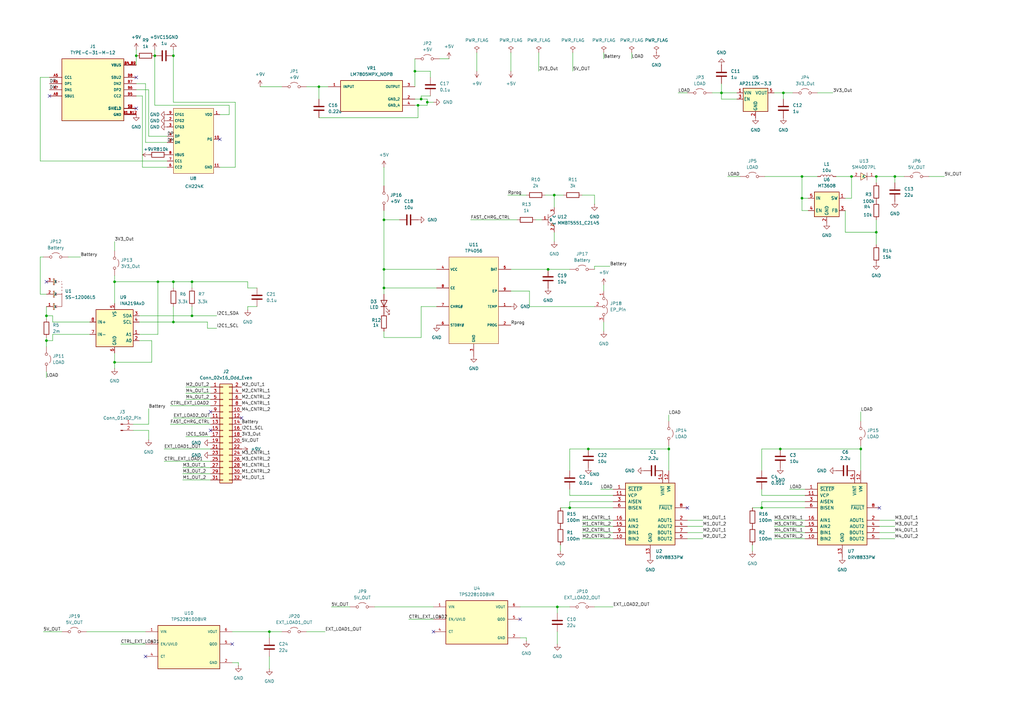
<source format=kicad_sch>
(kicad_sch (version 20250114) (generator "eeschema") (generator_version "9.0")
  (paper "A3")
  (junction (at 274.32 184.15))
  (junction (at 328.93 81.28))
  (junction (at 71.12 115.57))
  (junction (at 227.33 80.01))
  (junction (at 171.45 43.18))
  (junction (at 241.3 184.15))
  (junction (at 320.04 184.15))
  (junction (at 130.81 35.56))
  (junction (at 172.72 40.64))
  (junction (at 71.12 22.86))
  (junction (at 71.12 132.08))
  (junction (at 157.48 110.49))
  (junction (at 157.48 90.17))
  (junction (at 359.41 95.25))
  (junction (at 170.18 29.21))
  (junction (at 233.68 208.28))
  (junction (at 64.77 115.57))
  (junction (at 321.31 38.1))
  (junction (at 349.25 72.39))
  (junction (at 19.05 129.54))
  (junction (at 55.88 22.86))
  (junction (at 63.5 22.86))
  (junction (at 224.79 110.49))
  (junction (at 46.99 148.59))
  (junction (at 110.49 259.08))
  (junction (at 46.99 115.57))
  (junction (at 228.6 248.92))
  (junction (at 353.06 184.15))
  (junction (at 367.03 72.39))
  (junction (at 157.48 118.11))
  (junction (at 78.74 115.57))
  (junction (at 295.91 38.1))
  (junction (at 312.42 208.28))
  (junction (at 175.26 41.91))
  (junction (at 328.93 72.39))
  (junction (at 78.74 129.54))
  (junction (at 19.05 139.7))
  (junction (at 359.41 72.39))
  (no_connect (at 360.68 208.28))
  (no_connect (at 281.94 208.28))
  (no_connect (at 213.36 254))
  (no_connect (at 86.36 168.91))
  (no_connect (at 86.36 176.53))
  (no_connect (at 55.88 31.75))
  (no_connect (at 20.32 39.37))
  (no_connect (at 177.8 259.08))
  (no_connect (at 90.17 57.15))
  (no_connect (at 19.05 115.57))
  (no_connect (at 99.06 171.45))
  (no_connect (at 95.25 264.16))
  (no_connect (at 55.88 44.45))
  (no_connect (at 59.69 269.24))
  (wire (pts (xy 58.42 68.58) (xy 68.58 68.58)))
  (wire (pts (xy 302.26 40.64) (xy 295.91 40.64)))
  (wire (pts (xy 331.47 86.36) (xy 328.93 86.36)))
  (wire (pts (xy 54.61 173.99) (xy 60.96 173.99)))
  (wire (pts (xy 55.88 22.86) (xy 55.88 26.67)))
  (wire (pts (xy 71.12 171.45) (xy 86.36 171.45)))
  (wire (pts (xy 16.51 31.75) (xy 16.51 66.04)))
  (wire (pts (xy 76.2 163.83) (xy 86.36 163.83)))
  (wire (pts (xy 328.93 72.39) (xy 328.93 81.28)))
  (wire (pts (xy 110.49 259.08) (xy 115.57 259.08)))
  (wire (pts (xy 195.58 21.59) (xy 195.58 29.21)))
  (wire (pts (xy 46.99 144.78) (xy 46.99 148.59)))
  (wire (pts (xy 175.26 41.91) (xy 175.26 43.18)))
  (wire (pts (xy 96.52 68.58) (xy 90.17 68.58)))
  (wire (pts (xy 233.68 193.04) (xy 233.68 184.15)))
  (wire (pts (xy 274.32 182.88) (xy 274.32 184.15)))
  (wire (pts (xy 63.5 22.86) (xy 63.5 43.18)))
  (wire (pts (xy 71.12 132.08) (xy 85.09 132.08)))
  (wire (pts (xy 55.88 34.29) (xy 59.69 34.29)))
  (wire (pts (xy 60.96 176.53) (xy 60.96 180.34)))
  (wire (pts (xy 21.59 132.08) (xy 36.83 132.08)))
  (wire (pts (xy 233.68 200.66) (xy 233.68 203.2)))
  (wire (pts (xy 317.5 213.36) (xy 330.2 213.36)))
  (wire (pts (xy 247.65 132.08) (xy 247.65 135.89)))
  (wire (pts (xy 353.06 182.88) (xy 353.06 184.15)))
  (wire (pts (xy 220.98 21.59) (xy 220.98 29.21)))
  (wire (pts (xy 247.65 21.59) (xy 247.65 24.13)))
  (wire (pts (xy 246.38 200.66) (xy 251.46 200.66)))
  (wire (pts (xy 323.85 200.66) (xy 330.2 200.66)))
  (wire (pts (xy 317.5 220.98) (xy 330.2 220.98)))
  (wire (pts (xy 331.47 81.28) (xy 328.93 81.28)))
  (wire (pts (xy 85.09 132.08) (xy 85.09 134.62)))
  (wire (pts (xy 21.59 137.16) (xy 21.59 139.7)))
  (wire (pts (xy 233.68 208.28) (xy 251.46 208.28)))
  (wire (pts (xy 95.25 259.08) (xy 110.49 259.08)))
  (wire (pts (xy 135.89 248.92) (xy 143.51 248.92)))
  (wire (pts (xy 62.23 139.7) (xy 62.23 148.59)))
  (wire (pts (xy 353.06 184.15) (xy 353.06 193.04)))
  (wire (pts (xy 46.99 115.57) (xy 46.99 124.46)))
  (wire (pts (xy 71.12 22.86) (xy 71.12 41.91)))
  (wire (pts (xy 71.12 132.08) (xy 71.12 125.73)))
  (wire (pts (xy 57.15 129.54) (xy 78.74 129.54)))
  (wire (pts (xy 360.68 215.9) (xy 367.03 215.9)))
  (wire (pts (xy 19.05 129.54) (xy 21.59 129.54)))
  (wire (pts (xy 281.94 213.36) (xy 288.29 213.36)))
  (wire (pts (xy 292.1 38.1) (xy 295.91 38.1)))
  (wire (pts (xy 157.48 138.43) (xy 172.72 138.43)))
  (wire (pts (xy 342.9 72.39) (xy 349.25 72.39)))
  (wire (pts (xy 312.42 205.74) (xy 330.2 205.74)))
  (wire (pts (xy 76.2 161.29) (xy 86.36 161.29)))
  (wire (pts (xy 234.95 21.59) (xy 234.95 29.21)))
  (wire (pts (xy 57.15 139.7) (xy 62.23 139.7)))
  (wire (pts (xy 171.45 48.26) (xy 171.45 43.18)))
  (wire (pts (xy 295.91 34.29) (xy 295.91 38.1)))
  (wire (pts (xy 74.93 194.31) (xy 86.36 194.31)))
  (wire (pts (xy 360.68 218.44) (xy 367.03 218.44)))
  (wire (pts (xy 241.3 184.15) (xy 274.32 184.15)))
  (wire (pts (xy 359.41 95.25) (xy 359.41 100.33)))
  (wire (pts (xy 346.71 86.36) (xy 346.71 95.25)))
  (wire (pts (xy 157.48 90.17) (xy 163.83 90.17)))
  (wire (pts (xy 16.51 66.04) (xy 68.58 66.04)))
  (wire (pts (xy 170.18 40.64) (xy 172.72 40.64)))
  (wire (pts (xy 312.42 208.28) (xy 330.2 208.28)))
  (wire (pts (xy 157.48 110.49) (xy 157.48 118.11)))
  (wire (pts (xy 281.94 220.98) (xy 288.29 220.98)))
  (wire (pts (xy 27.94 105.41) (xy 33.02 105.41)))
  (wire (pts (xy 157.48 90.17) (xy 157.48 110.49)))
  (wire (pts (xy 71.12 41.91) (xy 96.52 41.91)))
  (wire (pts (xy 46.99 99.06) (xy 46.99 102.87)))
  (wire (pts (xy 101.6 115.57) (xy 101.6 118.11)))
  (wire (pts (xy 233.68 184.15) (xy 241.3 184.15)))
  (wire (pts (xy 228.6 248.92) (xy 233.68 248.92)))
  (wire (pts (xy 360.68 220.98) (xy 367.03 220.98)))
  (wire (pts (xy 308.61 208.28) (xy 312.42 208.28)))
  (wire (pts (xy 176.53 39.37) (xy 172.72 39.37)))
  (wire (pts (xy 17.78 259.08) (xy 25.4 259.08)))
  (wire (pts (xy 243.84 248.92) (xy 251.46 248.92)))
  (wire (pts (xy 217.17 125.73) (xy 243.84 125.73)))
  (wire (pts (xy 60.96 55.88) (xy 68.58 55.88)))
  (wire (pts (xy 213.36 248.92) (xy 228.6 248.92)))
  (wire (pts (xy 76.2 179.07) (xy 86.36 179.07)))
  (wire (pts (xy 274.32 184.15) (xy 274.32 193.04)))
  (wire (pts (xy 295.91 38.1) (xy 302.26 38.1)))
  (wire (pts (xy 335.28 38.1) (xy 341.63 38.1)))
  (wire (pts (xy 110.49 259.08) (xy 110.49 261.62)))
  (wire (pts (xy 367.03 72.39) (xy 370.84 72.39)))
  (wire (pts (xy 63.5 20.32) (xy 63.5 22.86)))
  (wire (pts (xy 95.25 271.78) (xy 97.79 271.78)))
  (wire (pts (xy 74.93 196.85) (xy 86.36 196.85)))
  (wire (pts (xy 67.31 189.23) (xy 86.36 189.23)))
  (wire (pts (xy 97.79 271.78) (xy 97.79 273.05)))
  (wire (pts (xy 157.48 118.11) (xy 179.07 118.11)))
  (wire (pts (xy 224.79 110.49) (xy 233.68 110.49)))
  (wire (pts (xy 153.67 248.92) (xy 177.8 248.92)))
  (wire (pts (xy 215.9 261.62) (xy 215.9 262.89)))
  (wire (pts (xy 16.51 105.41) (xy 17.78 105.41)))
  (wire (pts (xy 55.88 20.32) (xy 55.88 22.86)))
  (wire (pts (xy 60.96 36.83) (xy 60.96 55.88)))
  (wire (pts (xy 157.48 118.11) (xy 157.48 120.65)))
  (wire (pts (xy 69.85 173.99) (xy 86.36 173.99)))
  (wire (pts (xy 172.72 125.73) (xy 179.07 125.73)))
  (wire (pts (xy 130.81 48.26) (xy 171.45 48.26)))
  (wire (pts (xy 78.74 129.54) (xy 78.74 125.73)))
  (wire (pts (xy 238.76 213.36) (xy 251.46 213.36)))
  (wire (pts (xy 58.42 39.37) (xy 58.42 68.58)))
  (wire (pts (xy 223.52 80.01) (xy 227.33 80.01)))
  (wire (pts (xy 320.04 184.15) (xy 353.06 184.15)))
  (wire (pts (xy 19.05 120.65) (xy 16.51 120.65)))
  (wire (pts (xy 57.15 132.08) (xy 71.12 132.08)))
  (wire (pts (xy 78.74 115.57) (xy 101.6 115.57)))
  (wire (pts (xy 19.05 125.73) (xy 19.05 129.54)))
  (wire (pts (xy 281.94 215.9) (xy 288.29 215.9)))
  (wire (pts (xy 317.5 215.9) (xy 330.2 215.9)))
  (wire (pts (xy 175.26 40.64) (xy 175.26 41.91)))
  (wire (pts (xy 171.45 43.18) (xy 175.26 43.18)))
  (wire (pts (xy 229.87 208.28) (xy 233.68 208.28)))
  (wire (pts (xy 110.49 269.24) (xy 110.49 274.32)))
  (wire (pts (xy 59.69 58.42) (xy 68.58 58.42)))
  (wire (pts (xy 74.93 191.77) (xy 86.36 191.77)))
  (wire (pts (xy 63.5 43.18) (xy 93.98 43.18)))
  (wire (pts (xy 359.41 74.93) (xy 359.41 72.39)))
  (wire (pts (xy 20.32 31.75) (xy 16.51 31.75)))
  (wire (pts (xy 101.6 125.73) (xy 101.6 127)))
  (wire (pts (xy 78.74 115.57) (xy 78.74 118.11)))
  (wire (pts (xy 46.99 113.03) (xy 46.99 115.57)))
  (wire (pts (xy 16.51 120.65) (xy 16.51 105.41)))
  (wire (pts (xy 312.42 200.66) (xy 312.42 203.2)))
  (wire (pts (xy 46.99 148.59) (xy 62.23 148.59)))
  (wire (pts (xy 193.04 90.17) (xy 212.09 90.17)))
  (wire (pts (xy 172.72 40.64) (xy 175.26 40.64)))
  (wire (pts (xy 71.12 115.57) (xy 78.74 115.57)))
  (wire (pts (xy 381 72.39) (xy 387.35 72.39)))
  (wire (pts (xy 209.55 110.49) (xy 224.79 110.49)))
  (wire (pts (xy 19.05 152.4) (xy 19.05 154.94)))
  (wire (pts (xy 49.53 264.16) (xy 59.69 264.16)))
  (wire (pts (xy 247.65 116.84) (xy 247.65 119.38)))
  (wire (pts (xy 96.52 41.91) (xy 96.52 68.58)))
  (wire (pts (xy 349.25 72.39) (xy 349.25 81.28)))
  (wire (pts (xy 298.45 72.39) (xy 303.53 72.39)))
  (wire (pts (xy 227.33 80.01) (xy 231.14 80.01)))
  (wire (pts (xy 64.77 137.16) (xy 64.77 115.57)))
  (wire (pts (xy 101.6 118.11) (xy 105.41 118.11)))
  (wire (pts (xy 170.18 29.21) (xy 170.18 24.13)))
  (wire (pts (xy 209.55 21.59) (xy 209.55 29.21)))
  (wire (pts (xy 228.6 248.92) (xy 228.6 251.46)))
  (wire (pts (xy 238.76 80.01) (xy 243.84 80.01)))
  (wire (pts (xy 321.31 38.1) (xy 321.31 40.64)))
  (wire (pts (xy 167.64 254) (xy 177.8 254)))
  (wire (pts (xy 317.5 218.44) (xy 330.2 218.44)))
  (wire (pts (xy 76.2 158.75) (xy 86.36 158.75)))
  (wire (pts (xy 328.93 86.36) (xy 328.93 81.28)))
  (wire (pts (xy 172.72 39.37) (xy 172.72 40.64)))
  (wire (pts (xy 21.59 137.16) (xy 36.83 137.16)))
  (wire (pts (xy 125.73 259.08) (xy 133.35 259.08)))
  (wire (pts (xy 243.84 110.49) (xy 243.84 109.22)))
  (wire (pts (xy 19.05 139.7) (xy 19.05 142.24)))
  (wire (pts (xy 21.59 132.08) (xy 21.59 129.54)))
  (wire (pts (xy 67.31 184.15) (xy 86.36 184.15)))
  (wire (pts (xy 346.71 95.25) (xy 359.41 95.25)))
  (wire (pts (xy 19.05 139.7) (xy 21.59 139.7)))
  (wire (pts (xy 180.34 24.13) (xy 184.15 24.13)))
  (wire (pts (xy 157.48 110.49) (xy 179.07 110.49)))
  (wire (pts (xy 101.6 125.73) (xy 105.41 125.73)))
  (wire (pts (xy 93.98 46.99) (xy 90.17 46.99)))
  (wire (pts (xy 78.74 129.54) (xy 88.9 129.54)))
  (wire (pts (xy 19.05 138.43) (xy 19.05 139.7)))
  (wire (pts (xy 227.33 95.25) (xy 227.33 99.06)))
  (wire (pts (xy 172.72 138.43) (xy 172.72 125.73)))
  (wire (pts (xy 71.12 115.57) (xy 71.12 118.11)))
  (wire (pts (xy 295.91 40.64) (xy 295.91 38.1)))
  (wire (pts (xy 85.09 134.62) (xy 88.9 134.62)))
  (wire (pts (xy 312.42 193.04) (xy 312.42 184.15)))
  (wire (pts (xy 71.12 20.32) (xy 71.12 22.86)))
  (wire (pts (xy 313.69 72.39) (xy 328.93 72.39)))
  (wire (pts (xy 251.46 203.2) (xy 233.68 203.2)))
  (wire (pts (xy 281.94 218.44) (xy 288.29 218.44)))
  (wire (pts (xy 238.76 215.9) (xy 251.46 215.9)))
  (wire (pts (xy 346.71 81.28) (xy 349.25 81.28)))
  (wire (pts (xy 209.55 119.38) (xy 217.17 119.38)))
  (wire (pts (xy 175.26 41.91) (xy 177.8 41.91)))
  (wire (pts (xy 317.5 38.1) (xy 321.31 38.1)))
  (wire (pts (xy 243.84 80.01) (xy 243.84 83.82)))
  (wire (pts (xy 55.88 39.37) (xy 58.42 39.37)))
  (wire (pts (xy 238.76 220.98) (xy 251.46 220.98)))
  (wire (pts (xy 274.32 170.18) (xy 274.32 172.72)))
  (wire (pts (xy 308.61 223.52) (xy 308.61 226.06)))
  (wire (pts (xy 19.05 129.54) (xy 19.05 130.81)))
  (wire (pts (xy 217.17 119.38) (xy 217.17 125.73)))
  (wire (pts (xy 170.18 35.56) (xy 170.18 29.21)))
  (wire (pts (xy 69.85 166.37) (xy 86.36 166.37)))
  (wire (pts (xy 208.28 80.01) (xy 215.9 80.01)))
  (wire (pts (xy 360.68 213.36) (xy 367.03 213.36)))
  (wire (pts (xy 55.88 36.83) (xy 60.96 36.83)))
  (wire (pts (xy 93.98 43.18) (xy 93.98 46.99)))
  (wire (pts (xy 213.36 261.62) (xy 215.9 261.62)))
  (wire (pts (xy 353.06 168.91) (xy 353.06 172.72)))
  (wire (pts (xy 130.81 35.56) (xy 130.81 40.64)))
  (wire (pts (xy 312.42 184.15) (xy 320.04 184.15)))
  (wire (pts (xy 229.87 223.52) (xy 229.87 226.06)))
  (wire (pts (xy 157.48 68.58) (xy 157.48 76.2)))
  (wire (pts (xy 57.15 137.16) (xy 64.77 137.16)))
  (wire (pts (xy 278.13 38.1) (xy 281.94 38.1)))
  (wire (pts (xy 233.68 205.74) (xy 251.46 205.74)))
  (wire (pts (xy 46.99 115.57) (xy 64.77 115.57)))
  (wire (pts (xy 219.71 90.17) (xy 222.25 90.17)))
  (wire (pts (xy 157.48 86.36) (xy 157.48 90.17)))
  (wire (pts (xy 60.96 167.64) (xy 60.96 173.99)))
  (wire (pts (xy 243.84 109.22) (xy 250.19 109.22)))
  (wire (pts (xy 328.93 72.39) (xy 335.28 72.39)))
  (wire (pts (xy 367.03 72.39) (xy 367.03 74.93)))
  (wire (pts (xy 170.18 43.18) (xy 171.45 43.18)))
  (wire (pts (xy 46.99 148.59) (xy 46.99 151.13)))
  (wire (pts (xy 176.53 29.21) (xy 176.53 31.75)))
  (wire (pts (xy 312.42 205.74) (xy 312.42 208.28)))
  (wire (pts (xy 59.69 34.29) (xy 59.69 58.42)))
  (wire (pts (xy 54.61 176.53) (xy 60.96 176.53)))
  (wire (pts (xy 130.81 35.56) (xy 134.62 35.56)))
  (wire (pts (xy 321.31 38.1) (xy 325.12 38.1)))
  (wire (pts (xy 228.6 259.08) (xy 228.6 264.16)))
  (wire (pts (xy 233.68 205.74) (xy 233.68 208.28)))
  (wire (pts (xy 170.18 29.21) (xy 176.53 29.21)))
  (wire (pts (xy 330.2 203.2) (xy 312.42 203.2)))
  (wire (pts (xy 238.76 218.44) (xy 251.46 218.44)))
  (wire (pts (xy 64.77 115.57) (xy 71.12 115.57)))
  (wire (pts (xy 125.73 35.56) (xy 130.81 35.56)))
  (wire (pts (xy 227.33 80.01) (xy 227.33 85.09)))
  (wire (pts (xy 359.41 72.39) (xy 367.03 72.39)))
  (wire (pts (xy 259.08 21.59) (xy 259.08 24.13)))
  (wire (pts (xy 35.56 259.08) (xy 59.69 259.08)))
  (wire (pts (xy 106.68 35.56) (xy 115.57 35.56)))
  (wire (pts (xy 157.48 135.89) (xy 157.48 138.43)))
  (wire (pts (xy 359.41 90.17) (xy 359.41 95.25)))
  (label "LOAD" (at 274.32 170.18 0))
  (label "EXT_LOAD1_OUT" (at 67.31 184.15 0))
  (label "5V_OUT" (at 135.89 248.92 0))
  (label "M3_CNTRL_2" (at 317.5 215.9 0))
  (label "M4_CNTRL_2" (at 99.06 168.91 0))
  (label "M4_OUT_1" (at 76.2 161.29 0))
  (label "M1_OUT_2" (at 288.29 215.9 0))
  (label "5V_OUT" (at 17.78 259.08 0))
  (label "M2_CNTRL_1" (at 99.06 161.29 0))
  (label "LOAD" (at 353.06 168.91 0))
  (label "M1_CNTRL_1" (at 238.76 213.36 0))
  (label "M4_CNTRL_2" (at 317.5 220.98 0))
  (label "M4_OUT_2" (at 367.03 220.98 0))
  (label "5V_OUT" (at 387.35 72.39 0))
  (label "LOAD" (at 278.13 38.1 0))
  (label "DP" (at 68.58 55.88 0))
  (label "DP" (at 20.32 34.29 0))
  (label "M1_OUT_1" (at 288.29 213.36 0))
  (label "Battery" (at 250.19 109.22 0))
  (label "EXT_LOAD2_OUT" (at 251.46 248.92 0))
  (label "5V_OUT" (at 99.06 181.61 0))
  (label "M4_CNTRL_1" (at 317.5 218.44 0))
  (label "Battery" (at 33.02 105.41 0))
  (label "M2_CNTRL_2" (at 238.76 220.98 0))
  (label "M4_CNTRL_1" (at 99.06 166.37 0))
  (label "CTRL_EXT_LOAD2" (at 69.85 166.37 0))
  (label "Battery" (at 247.65 24.13 0))
  (label "M2_OUT_2" (at 76.2 158.75 0))
  (label "M1_OUT_1" (at 99.06 196.85 0))
  (label "I2C1_SDA" (at 88.9 129.54 0))
  (label "M3_CNTRL_2" (at 99.06 189.23 0))
  (label "3V3_Out " (at 341.63 38.1 0))
  (label "Rprog" (at 208.28 80.01 0))
  (label "M4_OUT_2" (at 76.2 163.83 0))
  (label "M2_OUT_1" (at 99.06 158.75 0))
  (label "M1_OUT_2" (at 74.93 196.85 0))
  (label "DM" (at 20.32 36.83 0))
  (label "3V3_Out " (at 220.98 29.21 0))
  (label "M3_OUT_2" (at 74.93 194.31 0))
  (label "Battery" (at 60.96 167.64 0))
  (label "M2_OUT_2" (at 288.29 220.98 0))
  (label "CTRL_EXT_LOAD1" (at 49.53 264.16 0))
  (label "CTRL_EXT_LOAD2" (at 167.64 254 0))
  (label "EXT_LOAD1_OUT" (at 133.35 259.08 0))
  (label "M4_OUT_1" (at 367.03 218.44 0))
  (label "5V_OUT" (at 234.95 29.21 0))
  (label "M2_CNTRL_1" (at 238.76 218.44 0))
  (label "Rprog" (at 209.55 133.35 0))
  (label "I2C1_SDA" (at 76.2 179.07 0))
  (label "M1_CNTRL_2" (at 99.06 194.31 0))
  (label "M2_OUT_1" (at 288.29 218.44 0))
  (label "FAST_CHRG_CTRL" (at 69.85 173.99 0))
  (label "LOAD" (at 323.85 200.66 0))
  (label "M3_CNTRL_1" (at 99.06 186.69 0))
  (label "Battery" (at 99.06 173.99 0))
  (label "I2C1_SCL" (at 99.06 176.53 0))
  (label "I2C1_SCL" (at 88.9 134.62 0))
  (label "M3_OUT_2" (at 367.03 215.9 0))
  (label "M1_CNTRL_2" (at 238.76 215.9 0))
  (label "EXT_LOAD2_OUT" (at 71.12 171.45 0))
  (label "M2_CNTRL_2" (at 99.06 163.83 0))
  (label "M3_OUT_1" (at 367.03 213.36 0))
  (label "3V3_Out " (at 99.06 179.07 0))
  (label "FAST_CHRG_CTRL" (at 193.04 90.17 0))
  (label "LOAD" (at 19.05 154.94 0))
  (label "LOAD" (at 246.38 200.66 0))
  (label "3V3_Out " (at 46.99 99.06 0))
  (label "M1_CNTRL_1" (at 99.06 191.77 0))
  (label "LOAD" (at 298.45 72.39 0))
  (label "M3_OUT_1" (at 74.93 191.77 0))
  (label "LOAD" (at 259.08 24.13 0))
  (label "DM" (at 68.58 58.42 0))
  (label "CTRL_EXT_LOAD1" (at 67.31 189.23 0))
  (label "M3_CNTRL_1" (at 317.5 213.36 0))
  (symbol (lib_id "power:PWR_FLAG") (at 234.95 21.59 0) (unit 1)
    (property "Reference" "#FLG05" (effects (hide yes)))
    (property "Value" "PWR_FLAG" (at 234.95 16.51 0))
    (property "Description" "Special symbol for telling ERC where power comes from" (effects (hide yes)))
  )
  (symbol (lib_id "Device:R") (at 78.74 121.92 0) (unit 1)
    (property "Reference" "R7" (at 81.28 120.6499 0) (effects (justify left)))
    (property "Value" "3.3k" (at 81.026 123.698 0) (effects (justify left)))
    (property "Footprint" "Resistor_SMD:R_0603_1608Metric_Pad0.98x0.95mm_HandSolder" (effects (hide yes)))
    (property "Description" "Resistor" (effects (hide yes)))
    (property "LCSC" "C22978" (effects (hide yes)))
  )
  (symbol (lib_id "power:+9V") (at 99.06 184.15 270) (unit 1)
    (property "Reference" "#PWR036" (effects (hide yes)))
    (property "Value" "+9V" (at 102.87 184.1499 90) (effects (justify left)))
    (property "Description" "Power symbol creates a global label with name \"+9V\"" (effects (hide yes)))
  )
  (symbol (lib_id "power:PWR_FLAG") (at 220.98 21.59 0) (unit 1)
    (property "Reference" "#FLG04" (effects (hide yes)))
    (property "Value" "PWR_FLAG" (at 220.98 16.51 0))
    (property "Description" "Special symbol for telling ERC where power comes from" (effects (hide yes)))
  )
  (symbol (lib_id "power:GND") (at 209.55 125.73 90) (unit 1)
    (property "Reference" "#PWR012" (effects (hide yes)))
    (property "Value" "GND" (at 213.36 125.7299 90) (effects (justify right)))
    (property "Description" "Power symbol creates a global label with name \"GND\" , ground" (effects (hide yes)))
  )
  (symbol (lib_id "Device:C") (at 320.04 187.96 0) (unit 1)
    (property "Reference" "C3" (at 323.85 186.6899 0) (effects (justify left)))
    (property "Value" "10u" (at 323.85 189.2299 0) (effects (justify left)))
    (property "Footprint" "Capacitor_SMD:C_0603_1608Metric_Pad1.08x0.95mm_HandSolder" (effects (hide yes)))
    (property "Description" "Unpolarized capacitor" (effects (hide yes)))
    (property "LCSC" "C19702" (effects (hide yes)))
  )
  (symbol (lib_id "Jumper:Jumper_2_Open") (at 157.48 81.28 270) (unit 1) (exclude_from_sim yes)
    (property "Reference" "JP16" (at 160.02 80.0099 90) (effects (justify left)))
    (property "Value" "+5V" (at 160.02 82.5499 90) (effects (justify left)))
    (property "Footprint" "Jumper:SolderJumper-2_P1.3mm_Open_RoundedPad1.0x1.5mm" (effects (hide yes)))
    (property "Description" "Jumper, 2-pole, open" (effects (hide yes)))
  )
  (symbol (lib_id "power:GND") (at 227.33 99.06 0) (unit 1)
    (property "Reference" "#PWR032" (effects (hide yes)))
    (property "Value" "GND" (at 227.33 104.14 0))
    (property "Description" "Power symbol creates a global label with name \"GND\" , ground" (effects (hide yes)))
  )
  (symbol (lib_id "power:GND") (at 101.6 127 0) (unit 1)
    (property "Reference" "#PWR045" (effects (hide yes)))
    (property "Value" "GND" (at 101.6 132.08 0))
    (property "Description" "Power symbol creates a global label with name \"GND\" , ground" (effects (hide yes)))
  )
  (symbol (lib_id "Connector_Generic:Conn_02x16_Odd_Even") (at 91.44 176.53 0) (unit 1)
    (property "Reference" "J2" (at 92.71 152.4 0))
    (property "Value" "Conn_02x16_Odd_Even" (at 92.71 154.94 0))
    (property "Footprint" "Connector_PinHeader_2.54mm:PinHeader_2x16_P2.54mm_Vertical" (effects (hide yes)))
    (property "Description" "Generic connector, double row, 02x16, odd/even pin numbering scheme (row 1 odd numbers, row 2 even numbers), script generated (kicad-library-utils/schlib/autogen/connector/)" (effects (hide yes)))
  )
  (symbol (lib_id "power:GND") (at 342.9 193.04 270) (unit 1)
    (property "Reference" "#PWR08" (effects (hide yes)))
    (property "Value" "GND" (at 339.09 193.0399 90) (effects (justify right)))
    (property "Description" "Power symbol creates a global label with name \"GND\" , ground" (effects (hide yes)))
  )
  (symbol (lib_id "power:+5V") (at 247.65 116.84 0) (unit 1)
    (property "Reference" "#PWR042" (effects (hide yes)))
    (property "Value" "+5V" (at 247.65 111.76 0))
    (property "Description" "Power symbol creates a global label with name \"+5V\"" (effects (hide yes)))
  )
  (symbol (lib_id "power:GND") (at 269.24 21.59 0) (unit 1)
    (property "Reference" "#PWR048" (effects (hide yes)))
    (property "Value" "GND" (at 269.24 26.67 0))
    (property "Description" "Power symbol creates a global label with name \"GND\" , ground" (effects (hide yes)))
  )
  (symbol (lib_id "Jumper:Jumper_2_Open") (at 287.02 38.1 0) (unit 1) (exclude_from_sim yes)
    (property "Reference" "JP3" (at 287.02 31.75 0))
    (property "Value" "LOAD" (at 287.02 34.29 0))
    (property "Footprint" "Jumper:SolderJumper-2_P1.3mm_Open_RoundedPad1.0x1.5mm" (effects (hide yes)))
    (property "Description" "Jumper, 2-pole, open" (effects (hide yes)))
  )
  (symbol (lib_id "Device:C") (at 233.68 196.85 0) (unit 1)
    (property "Reference" "C2" (at 237.49 195.5799 0) (effects (justify left)))
    (property "Value" "0.01u" (at 237.49 198.1199 0) (effects (justify left)))
    (property "Footprint" "Capacitor_SMD:C_0603_1608Metric_Pad1.08x0.95mm_HandSolder" (effects (hide yes)))
    (property "Description" "Unpolarized capacitor" (effects (hide yes)))
    (property "LCSC" "C57112" (effects (hide yes)))
  )
  (symbol (lib_id "power:+5V") (at 209.55 29.21 180) (unit 1)
    (property "Reference" "#PWR033" (effects (hide yes)))
    (property "Value" "+5V" (at 209.55 34.29 0))
    (property "Description" "Power symbol creates a global label with name \"+5V\"" (effects (hide yes)))
  )
  (symbol (lib_id "SM4007PL.0:SM4007PL") (at 354.33 72.39 180) (unit 1)
    (property "Reference" "U13" (at 354.33 66.04 0))
    (property "Value" "SM4007PL" (at 354.33 68.58 0))
    (property "Footprint" "footprint:SOD-123F_L2.8-W1.8-LS3.7-RD" (effects (hide yes)))
    (property "Datasheet" "https://item.szlcsc.com/60254.html" (effects (hide yes)))
    (property "LCSC" "C64898" (effects (hide yes)))
  )
  (symbol (lib_id "Connector:Conn_01x02_Pin") (at 49.53 173.99 0) (unit 1)
    (property "Reference" "J3" (at 50.165 168.91 0))
    (property "Value" "Conn_01x02_Pin" (at 50.165 171.45 0))
    (property "Footprint" "Connector_JST:JST_PH_S2B-PH-K_1x02_P2.00mm_Horizontal" (effects (hide yes)))
    (property "Description" "Generic connector, single row, 01x02, script generated" (effects (hide yes)))
  )
  (symbol (lib_id "Regulator_Switching:MT3608") (at 339.09 83.82 0) (unit 1)
    (property "Reference" "U6" (at 339.09 73.66 0))
    (property "Value" "MT3608" (at 339.09 76.2 0))
    (property "Footprint" "Package_TO_SOT_SMD:SOT-23-6" (effects (hide yes)))
    (property "Datasheet" "https://www.olimex.com/Products/Breadboarding/BB-PWR-3608/resources/MT3608.pdf" (effects (hide yes)))
    (property "Description" "High Efficiency 1.2MHz 2A Step Up Converter, 2-24V Vin, 28V Vout, 4A current limit, 1.2MHz, SOT23-6" (effects (hide yes)))
    (property "LCSC" "C19189893" (effects (hide yes)))
  )
  (symbol (lib_id "Device:R") (at 219.71 80.01 90) (unit 1)
    (property "Reference" "R10" (at 219.71 73.66 90))
    (property "Value" "2k" (at 219.71 76.2 90))
    (property "Footprint" "Resistor_SMD:R_0603_1608Metric_Pad0.98x0.95mm_HandSolder" (effects (hide yes)))
    (property "Description" "Resistor" (effects (hide yes)))
    (property "LCSC" "C22975" (effects (hide yes)))
  )
  (symbol (lib_id "Device:C") (at 110.49 265.43 0) (unit 1)
    (property "Reference" "C24" (at 114.3 264.1599 0) (effects (justify left)))
    (property "Value" "22u" (at 114.3 266.6999 0) (effects (justify left)))
    (property "Footprint" "Capacitor_SMD:C_0603_1608Metric_Pad1.08x0.95mm_HandSolder" (effects (hide yes)))
    (property "Description" "Unpolarized capacitor" (effects (hide yes)))
    (property "LCSC" "C59461" (effects (hide yes)))
  )
  (symbol (lib_id "Jumper:Jumper_2_Open") (at 19.05 147.32 270) (unit 1) (exclude_from_sim yes)
    (property "Reference" "JP11" (at 21.59 146.0499 90) (effects (justify left)))
    (property "Value" "LOAD" (at 21.59 148.5899 90) (effects (justify left)))
    (property "Footprint" "Jumper:SolderJumper-2_P1.3mm_Open_RoundedPad1.0x1.5mm" (effects (hide yes)))
    (property "Description" "Jumper, 2-pole, open" (effects (hide yes)))
  )
  (symbol (lib_id "power:GND") (at 367.03 82.55 0) (unit 1)
    (property "Reference" "#PWR018" (effects (hide yes)))
    (property "Value" "GND" (at 367.03 87.63 0))
    (property "Description" "Power symbol creates a global label with name \"GND\" , ground" (effects (hide yes)))
  )
  (symbol (lib_id "power:+9V") (at 195.58 29.21 180) (unit 1)
    (property "Reference" "#PWR02" (effects (hide yes)))
    (property "Value" "+9V" (at 195.58 34.29 0))
    (property "Description" "Power symbol creates a global label with name \"+9V\"" (effects (hide yes)))
  )
  (symbol (lib_id "Device:R") (at 229.87 212.09 0) (unit 1)
    (property "Reference" "R15" (at 232.41 210.8199 0) (effects (justify left)))
    (property "Value" "100m" (at 232.41 213.3599 0) (effects (justify left)))
    (property "Footprint" "Resistor_SMD:R_1206_3216Metric_Pad1.30x1.75mm_HandSolder" (effects (hide yes)))
    (property "Description" "Resistor" (effects (hide yes)))
    (property "LCSC" " C25334" (effects (hide yes)))
  )
  (symbol (lib_id "Device:R") (at 359.41 78.74 0) (unit 1)
    (property "Reference" "R3" (at 354.838 79.756 0) (effects (justify left)))
    (property "Value" "100k" (at 353.822 82.55 0) (effects (justify left)))
    (property "Footprint" "Resistor_SMD:R_0603_1608Metric_Pad0.98x0.95mm_HandSolder" (effects (hide yes)))
    (property "Description" "Resistor" (effects (hide yes)))
    (property "LCSC" "C25803" (effects (hide yes)))
  )
  (symbol (lib_id "power:GND") (at 68.58 52.07 270) (unit 1)
    (property "Reference" "#PWR047" (effects (hide yes)))
    (property "Value" "GND" (at 65.532 52.07 90) (effects (justify right)))
    (property "Description" "Power symbol creates a global label with name \"GND\" , ground" (effects (hide yes)))
  )
  (symbol (lib_id "Device:C") (at 130.81 44.45 0) (unit 1)
    (property "Reference" "C16" (at 134.62 43.1799 0) (effects (justify left)))
    (property "Value" "0.22u" (at 134.62 45.7199 0) (effects (justify left)))
    (property "Footprint" "Capacitor_SMD:C_0603_1608Metric_Pad1.08x0.95mm_HandSolder" (effects (hide yes)))
    (property "Description" "Unpolarized capacitor" (effects (hide yes)))
    (property "LCSC" "C21120" (effects (hide yes)))
  )
  (symbol (lib_id "Jumper:Jumper_3_Open") (at 247.65 125.73 270) (unit 1) (exclude_from_sim yes) (in_bom no)
    (property "Reference" "JP18" (at 250.19 124.4599 90) (effects (justify left)))
    (property "Value" "EP_Pin" (at 250.19 126.9999 90) (effects (justify left)))
    (property "Footprint" "Jumper:SolderJumper-3_P1.3mm_Open_RoundedPad1.0x1.5mm" (effects (hide yes)))
    (property "Description" "Jumper, 3-pole, both open" (effects (hide yes)))
  )
  (symbol (lib_id "Jumper:Jumper_2_Open") (at 46.99 107.95 270) (unit 1) (exclude_from_sim yes)
    (property "Reference" "JP13" (at 49.53 106.6799 90) (effects (justify left)))
    (property "Value" "3V3_Out" (at 49.53 109.2199 90) (effects (justify left)))
    (property "Footprint" "Jumper:SolderJumper-2_P1.3mm_Open_RoundedPad1.0x1.5mm" (effects (hide yes)))
    (property "Description" "Jumper, 2-pole, open" (effects (hide yes)))
  )
  (symbol (lib_id "Jumper:Jumper_2_Open") (at 148.59 248.92 0) (unit 1) (exclude_from_sim yes)
    (property "Reference" "JP9" (at 148.59 242.57 0))
    (property "Value" "5V_OUT" (at 148.59 245.11 0))
    (property "Footprint" "Jumper:SolderJumper-2_P1.3mm_Open_RoundedPad1.0x1.5mm" (effects (hide yes)))
    (property "Description" "Jumper, 2-pole, open" (effects (hide yes)))
  )
  (symbol (lib_id "power:GND") (at 241.3 191.77 0) (unit 1)
    (property "Reference" "#PWR05" (effects (hide yes)))
    (property "Value" "GND" (at 243.84 194.564 0))
    (property "Description" "Power symbol creates a global label with name \"GND\" , ground" (effects (hide yes)))
  )
  (symbol (lib_id "Device:L") (at 339.09 72.39 90) (unit 1)
    (property "Reference" "L1" (at 339.09 67.31 90))
    (property "Value" "10u" (at 339.09 69.85 90))
    (property "Footprint" "Inductor_SMD:L_0603_1608Metric_Pad1.05x0.95mm_HandSolder" (effects (hide yes)))
    (property "Description" "Inductor" (effects (hide yes)))
    (property "LCSC" "C1035" (effects (hide yes)))
  )
  (symbol (lib_id "power:GND") (at 97.79 273.05 0) (unit 1)
    (property "Reference" "#PWR053" (effects (hide yes)))
    (property "Value" "GND" (at 97.79 278.13 0))
    (property "Description" "Power symbol creates a global label with name \"GND\" , ground" (effects (hide yes)))
  )
  (symbol (lib_id "power:PWR_FLAG") (at 247.65 21.59 0) (unit 1)
    (property "Reference" "#FLG06" (effects (hide yes)))
    (property "Value" "PWR_FLAG" (at 247.65 16.51 0))
    (property "Description" "Special symbol for telling ERC where power comes from" (effects (hide yes)))
  )
  (symbol (lib_id "power:GND") (at 339.09 91.44 0) (unit 1)
    (property "Reference" "#PWR017" (effects (hide yes)))
    (property "Value" "GND" (at 339.09 96.52 0))
    (property "Description" "Power symbol creates a global label with name \"GND\" , ground" (effects (hide yes)))
  )
  (symbol (lib_id "power:+5V") (at 63.5 20.32 0) (unit 1)
    (property "Reference" "#PWR026" (effects (hide yes)))
    (property "Value" "+5V" (at 63.5 15.24 0))
    (property "Description" "Power symbol creates a global label with name \"+5V\"" (effects (hide yes)))
  )
  (symbol (lib_id "Device:C") (at 267.97 193.04 90) (unit 1)
    (property "Reference" "C1" (at 267.97 185.42 90))
    (property "Value" "2.2u" (at 267.97 187.96 90))
    (property "Footprint" "Capacitor_SMD:C_0603_1608Metric_Pad1.08x0.95mm_HandSolder" (effects (hide yes)))
    (property "Description" "Unpolarized capacitor" (effects (hide yes)))
    (property "LCSC" "C23630" (effects (hide yes)))
  )
  (symbol (lib_id "power:PWR_FLAG") (at 195.58 21.59 0) (unit 1)
    (property "Reference" "#FLG01" (effects (hide yes)))
    (property "Value" "PWR_FLAG" (at 195.58 16.51 0))
    (property "Description" "Special symbol for telling ERC where power comes from" (effects (hide yes)))
  )
  (symbol (lib_id "power:+5V") (at 184.15 24.13 0) (unit 1)
    (property "Reference" "#PWR027" (effects (hide yes)))
    (property "Value" "+5V" (at 184.15 19.05 0))
    (property "Description" "Power symbol creates a global label with name \"+5V\"" (effects (hide yes)))
  )
  (symbol (lib_id "power:GND") (at 308.61 226.06 0) (unit 1)
    (property "Reference" "#PWR06" (effects (hide yes)))
    (property "Value" "GND" (at 308.61 231.14 0))
    (property "Description" "Power symbol creates a global label with name \"GND\" , ground" (effects (hide yes)))
  )
  (symbol (lib_id "power:PWR_FLAG") (at 259.08 21.59 0) (unit 1)
    (property "Reference" "#FLG07" (effects (hide yes)))
    (property "Value" "PWR_FLAG" (at 259.08 16.51 0))
    (property "Description" "Special symbol for telling ERC where power comes from" (effects (hide yes)))
  )
  (symbol (lib_id "TP4056:TP4056") (at 194.31 125.73 0) (unit 1)
    (property "Reference" "U11" (at 194.31 100.33 0))
    (property "Value" "TP4056" (at 194.31 102.87 0))
    (property "Footprint" "footprint:ESOP-8_L4.9-W3.9-P1.27-LS6.0-BL-EP" (effects (hide yes)))
    (property "Datasheet" "https://www.mornsun.cn/html/pdf/SCM1501B.html" (effects (hide yes)))
    (property "LCSC" "C16581" (effects (hide yes)))
  )
  (symbol (lib_id "Device:C") (at 67.31 22.86 90) (unit 1)
    (property "Reference" "C15" (at 67.31 15.24 90))
    (property "Value" "1u" (at 67.31 17.78 90))
    (property "Footprint" "Capacitor_SMD:C_0603_1608Metric_Pad1.08x0.95mm_HandSolder" (effects (hide yes)))
    (property "Description" "Unpolarized capacitor" (effects (hide yes)))
    (property "LCSC" "C15849" (effects (hide yes)))
  )
  (symbol (lib_id "power:GND") (at 359.41 107.95 0) (unit 1)
    (property "Reference" "#PWR019" (effects (hide yes)))
    (property "Value" "GND" (at 359.41 113.03 0))
    (property "Description" "Power symbol creates a global label with name \"GND\" , ground" (effects (hide yes)))
  )
  (symbol (lib_id "power:GND") (at 215.9 262.89 0) (unit 1)
    (property "Reference" "#PWR051" (effects (hide yes)))
    (property "Value" "GND" (at 215.9 267.97 0))
    (property "Description" "Power symbol creates a global label with name \"GND\" , ground" (effects (hide yes)))
  )
  (symbol (lib_id "Jumper:Jumper_2_Open") (at 238.76 248.92 0) (unit 1) (exclude_from_sim yes)
    (property "Reference" "JP10" (at 238.76 242.57 0))
    (property "Value" "EXT_LOAD2_OUT" (at 238.76 245.11 0))
    (property "Footprint" "Jumper:SolderJumper-2_P1.3mm_Open_RoundedPad1.0x1.5mm" (effects (hide yes)))
    (property "Description" "Jumper, 2-pole, open" (effects (hide yes)))
  )
  (symbol (lib_id "Device:LED") (at 157.48 124.46 90) (unit 1)
    (property "Reference" "D3" (at 151.892 123.698 90) (effects (justify right)))
    (property "Value" "LED" (at 151.638 125.984 90) (effects (justify right)))
    (property "Footprint" "LED_SMD:LED_0603_1608Metric_Pad1.05x0.95mm_HandSolder" (effects (hide yes)))
    (property "Description" "Light emitting diode" (effects (hide yes)))
    (property "Sim.Pins" "1=K 2=A" (effects (hide yes)))
    (property "LCSC" "C2286" (effects (hide yes)))
  )
  (symbol (lib_id "power:GND") (at 68.58 46.99 270) (unit 1)
    (property "Reference" "#PWR023" (effects (hide yes)))
    (property "Value" "GND" (at 65.532 46.99 90) (effects (justify right)))
    (property "Description" "Power symbol creates a global label with name \"GND\" , ground" (effects (hide yes)))
  )
  (symbol (lib_id "Jumper:Jumper_2_Open") (at 308.61 72.39 0) (unit 1) (exclude_from_sim yes)
    (property "Reference" "JP5" (at 308.61 66.04 0))
    (property "Value" "LOAD" (at 308.61 68.58 0))
    (property "Footprint" "Jumper:SolderJumper-2_P1.3mm_Open_RoundedPad1.0x1.5mm" (effects (hide yes)))
    (property "Description" "Jumper, 2-pole, open" (effects (hide yes)))
  )
  (symbol (lib_id "power:GND") (at 60.96 180.34 0) (unit 1)
    (property "Reference" "#PWR037" (effects (hide yes)))
    (property "Value" "GND" (at 60.96 185.42 0))
    (property "Description" "Power symbol creates a global label with name \"GND\" , ground" (effects (hide yes)))
  )
  (symbol (lib_id "power:GND") (at 86.36 181.61 270) (unit 1)
    (property "Reference" "#PWR034" (effects (hide yes)))
    (property "Value" "GND" (at 82.55 181.6099 90) (effects (justify right)))
    (property "Description" "Power symbol creates a global label with name \"GND\" , ground" (effects (hide yes)))
  )
  (symbol (lib_id "Sensor_Energy:INA219AxD") (at 46.99 134.62 0) (unit 1)
    (property "Reference" "U9" (at 49.1333 121.92 0) (effects (justify left)))
    (property "Value" "INA219AxD" (at 49.1333 124.46 0) (effects (justify left)))
    (property "Footprint" "Package_SO:SOIC-8_3.9x4.9mm_P1.27mm" (effects (hide yes)))
    (property "Datasheet" "http://www.ti.com/lit/ds/symlink/ina219.pdf" (effects (hide yes)))
    (property "Description" "Zero-Drift, Bidirectional Current/Power Monitor (0-26V) With I2C Interface, SOIC-8" (effects (hide yes)))
    (property "LCSC" "C138706" (effects (hide yes)))
  )
  (symbol (lib_id "Device:C") (at 346.71 193.04 90) (unit 1)
    (property "Reference" "C6" (at 346.71 185.42 90))
    (property "Value" "2.2u" (at 346.71 187.96 90))
    (property "Footprint" "Capacitor_SMD:C_0603_1608Metric_Pad1.08x0.95mm_HandSolder" (effects (hide yes)))
    (property "Description" "Unpolarized capacitor" (effects (hide yes)))
    (property "LCSC" "C23630" (effects (hide yes)))
  )
  (symbol (lib_id "Device:R") (at 59.69 22.86 90) (unit 1)
    (property "Reference" "R9" (at 59.69 16.51 90))
    (property "Value" "1k" (at 59.69 19.05 90))
    (property "Footprint" "Resistor_SMD:R_0603_1608Metric_Pad0.98x0.95mm_HandSolder" (effects (hide yes)))
    (property "Description" "Resistor" (effects (hide yes)))
    (property "LCSC" "C21190" (effects (hide yes)))
  )
  (symbol (lib_id "Device:C") (at 241.3 187.96 0) (unit 1)
    (property "Reference" "C22" (at 245.11 186.6899 0) (effects (justify left)))
    (property "Value" "10u" (at 245.11 189.2299 0) (effects (justify left)))
    (property "Footprint" "Capacitor_SMD:C_0603_1608Metric_Pad1.08x0.95mm_HandSolder" (effects (hide yes)))
    (property "Description" "Unpolarized capacitor" (effects (hide yes)))
    (property "LCSC" "C19702" (effects (hide yes)))
  )
  (symbol (lib_id "Device:R") (at 71.12 121.92 0) (unit 1)
    (property "Reference" "R6" (at 73.66 120.6499 0) (effects (justify left)))
    (property "Value" "3.3k" (at 72.898 123.698 0) (effects (justify left)))
    (property "Footprint" "Resistor_SMD:R_0603_1608Metric_Pad0.98x0.95mm_HandSolder" (effects (hide yes)))
    (property "Description" "Resistor" (effects (hide yes)))
    (property "LCSC" "C22978" (effects (hide yes)))
  )
  (symbol (lib_id "SS-12D06L5:SS-12D06L5") (at 21.59 120.65 90) (unit 1)
    (property "Reference" "U1" (at 26.67 119.3799 90) (effects (justify right)))
    (property "Value" "SS-12D06L5" (at 26.67 121.9199 90) (effects (justify right)))
    (property "Footprint" "footprint:SW-TH_3P-P4.70_L11.1-W12.7" (effects (hide yes)))
    (property "Datasheet" "https://item.szlcsc.com/product/jpg_300107_0.html" (effects (hide yes)))
    (property "LCSC" "C319015" (effects (hide yes)))
  )
  (symbol (lib_id "Device:C") (at 367.03 78.74 0) (unit 1)
    (property "Reference" "C13" (at 370.84 77.4699 0) (effects (justify left)))
    (property "Value" "22u" (at 370.84 80.0099 0) (effects (justify left)))
    (property "Footprint" "Capacitor_SMD:C_0603_1608Metric_Pad1.08x0.95mm_HandSolder" (effects (hide yes)))
    (property "Description" "Unpolarized capacitor" (effects (hide yes)))
    (property "LCSC" "C59461" (effects (hide yes)))
  )
  (symbol (lib_id "power:GND") (at 194.31 146.05 0) (unit 1)
    (property "Reference" "#PWR013" (effects (hide yes)))
    (property "Value" "GND" (at 194.31 151.13 0))
    (property "Description" "Power symbol creates a global label with name \"GND\" , ground" (effects (hide yes)))
  )
  (symbol (lib_id "Jumper:Jumper_2_Open") (at 238.76 110.49 0) (unit 1) (exclude_from_sim yes)
    (property "Reference" "JP17" (at 238.76 104.14 0))
    (property "Value" "Battery" (at 238.76 106.68 0))
    (property "Footprint" "Jumper:SolderJumper-2_P1.3mm_Open_RoundedPad1.0x1.5mm" (effects (hide yes)))
    (property "Description" "Jumper, 2-pole, open" (effects (hide yes)))
  )
  (symbol (lib_id "power:GND") (at 243.84 83.82 0) (unit 1)
    (property "Reference" "#PWR031" (effects (hide yes)))
    (property "Value" "GND" (at 243.84 88.9 0))
    (property "Description" "Power symbol creates a global label with name \"GND\" , ground" (effects (hide yes)))
  )
  (symbol (lib_id "Jumper:Jumper_2_Open") (at 120.65 259.08 0) (unit 1) (exclude_from_sim yes)
    (property "Reference" "JP20" (at 120.65 252.73 0))
    (property "Value" "EXT_LOAD1_OUT" (at 120.65 255.27 0))
    (property "Footprint" "Jumper:SolderJumper-2_P1.3mm_Open_RoundedPad1.0x1.5mm" (effects (hide yes)))
    (property "Description" "Jumper, 2-pole, open" (effects (hide yes)))
  )
  (symbol (lib_id "Device:R") (at 215.9 90.17 90) (unit 1)
    (property "Reference" "R13" (at 215.9 83.82 90))
    (property "Value" "1k" (at 215.9 86.36 90))
    (property "Footprint" "Resistor_SMD:R_0603_1608Metric_Pad0.98x0.95mm_HandSolder" (effects (hide yes)))
    (property "Description" "Resistor" (effects (hide yes)))
    (property "LCSC" "C21190" (effects (hide yes)))
  )
  (symbol (lib_id "Driver_Motor:DRV8833PW") (at 345.44 210.82 0) (unit 1)
    (property "Reference" "U7" (at 347.6341 226.06 0) (effects (justify left)))
    (property "Value" "DRV8833PW" (at 347.6341 228.6 0) (effects (justify left)))
    (property "Footprint" "Package_SO:TSSOP-16_4.4x5mm_P0.65mm" (effects (hide yes)))
    (property "Datasheet" "http://www.ti.com/lit/ds/symlink/drv8833.pdf" (effects (hide yes)))
    (property "Description" "Dual H-Bridge Motor Driver, TSSOP-16" (effects (hide yes)))
    (property "LCSC" "C50506" (effects (hide yes)))
  )
  (symbol (lib_id "Device:C") (at 176.53 35.56 0) (unit 1)
    (property "Reference" "C17" (at 180.34 34.2899 0) (effects (justify left)))
    (property "Value" "0.1u" (at 180.34 36.8299 0) (effects (justify left)))
    (property "Footprint" "Capacitor_SMD:C_0603_1608Metric_Pad1.08x0.95mm_HandSolder" (effects (hide yes)))
    (property "Description" "Unpolarized capacitor" (effects (hide yes)))
    (property "LCSC" "C14663" (effects (hide yes)))
  )
  (symbol (lib_id "Device:R") (at 359.41 104.14 0) (unit 1)
    (property "Reference" "R14" (at 361.95 102.8699 0) (effects (justify left)))
    (property "Value" "15k" (at 361.95 105.4099 0) (effects (justify left)))
    (property "Footprint" "Resistor_SMD:R_0603_1608Metric_Pad0.98x0.95mm_HandSolder" (effects (hide yes)))
    (property "Description" "Resistor" (effects (hide yes)))
    (property "LCSC" "C22809" (effects (hide yes)))
  )
  (symbol (lib_id "Regulator_Linear:AP2112K-3.3") (at 309.88 40.64 0) (unit 1)
    (property "Reference" "U5" (at 309.88 31.75 0))
    (property "Value" "AP2112K-3.3" (at 309.88 34.29 0))
    (property "Footprint" "Package_TO_SOT_SMD:SOT-23-5" (effects (hide yes)))
    (property "Datasheet" "https://www.diodes.com/assets/Datasheets/AP2112.pdf" (effects (hide yes)))
    (property "Description" "600mA low dropout linear regulator, with enable pin, 3.8V-6V input voltage range, 3.3V fixed positive output, SOT-23-5" (effects (hide yes)))
    (property "LCSC" "C23380830" (effects (hide yes)))
  )
  (symbol (lib_id "Driver_Motor:DRV8833PW") (at 266.7 210.82 0) (unit 1)
    (property "Reference" "U2" (at 268.8941 226.06 0) (effects (justify left)))
    (property "Value" "DRV8833PW" (at 268.8941 228.6 0) (effects (justify left)))
    (property "Footprint" "Package_SO:TSSOP-16_4.4x5mm_P0.65mm" (effects (hide yes)))
    (property "Datasheet" "http://www.ti.com/lit/ds/symlink/drv8833.pdf" (effects (hide yes)))
    (property "Description" "Dual H-Bridge Motor Driver, TSSOP-16" (effects (hide yes)))
    (property "LCSC" "C50506" (effects (hide yes)))
  )
  (symbol (lib_id "Device:R") (at 157.48 132.08 0) (unit 1)
    (property "Reference" "R12" (at 152.4 131.318 0) (effects (justify left)))
    (property "Value" "1k" (at 152.908 133.35 0) (effects (justify left)))
    (property "Footprint" "Resistor_SMD:R_0603_1608Metric_Pad0.98x0.95mm_HandSolder" (effects (hide yes)))
    (property "Description" "Resistor" (effects (hide yes)))
    (property "LCSC" "C21190" (effects (hide yes)))
  )
  (symbol (lib_id "power:GND") (at 86.36 186.69 270) (unit 1)
    (property "Reference" "#PWR035" (effects (hide yes)))
    (property "Value" "GND" (at 82.55 186.6899 90) (effects (justify right)))
    (property "Description" "Power symbol creates a global label with name \"GND\" , ground" (effects (hide yes)))
  )
  (symbol (lib_id "Device:C") (at 295.91 30.48 0) (unit 1)
    (property "Reference" "C11" (at 299.72 29.2099 0) (effects (justify left)))
    (property "Value" "1u" (at 299.72 31.7499 0) (effects (justify left)))
    (property "Footprint" "Capacitor_SMD:C_0603_1608Metric_Pad1.08x0.95mm_HandSolder" (effects (hide yes)))
    (property "Description" "Unpolarized capacitor" (effects (hide yes)))
    (property "LCSC" "C15849" (effects (hide yes)))
  )
  (symbol (lib_id "power:+9V") (at 106.68 35.56 0) (unit 1)
    (property "Reference" "#PWR030" (effects (hide yes)))
    (property "Value" "+9V" (at 106.68 30.48 0))
    (property "Description" "Power symbol creates a global label with name \"+9V\"" (effects (hide yes)))
  )
  (symbol (lib_id "power:GND") (at 177.8 41.91 90) (unit 1)
    (property "Reference" "#PWR024" (effects (hide yes)))
    (property "Value" "GND" (at 181.61 41.9099 90) (effects (justify right)))
    (property "Description" "Power symbol creates a global label with name \"GND\" , ground" (effects (hide yes)))
  )
  (symbol (lib_id "LM7805MPX_NOPB:LM7805MPX_NOPB") (at 152.4 38.1 0) (unit 1)
    (property "Reference" "VR1" (at 152.4 27.94 0))
    (property "Value" "LM7805MPX_NOPB" (at 152.4 30.48 0))
    (property "Footprint" "LM7805MPX_NOPB 1:VREG_LM7805MPX_NOPB" (effects (hide yes)))
    (property "MF" "Texas Instruments" (effects (hide yes)))
    (property "MAXIMUM_PACKAGE_HEIGHT" "1.80 mm" (effects (hide yes)))
    (property "Package" "SOT-223-4 Texas Instruments" (effects (hide yes)))
    (property "Price" "None" (effects (hide yes)))
    (property "Check_prices" "https://www.snapeda.com/parts/LM7805MPX/NOPB/Texas+Instruments/view-part/?ref=eda" (effects (hide yes)))
    (property "STANDARD" "Manufacturer Recommendations" (effects (hide yes)))
    (property "PARTREV" "L" (effects (hide yes)))
    (property "SnapEDA_Link" "https://www.snapeda.com/parts/LM7805MPX/NOPB/Texas+Instruments/view-part/?ref=snap" (effects (hide yes)))
    (property "MP" "LM7805MPX/NOPB" (effects (hide yes)))
    (property "Description_1" "1.5-A, 30-V, linear voltage regulator" (effects (hide yes)))
    (property "Availability" "In Stock" (effects (hide yes)))
    (property "MANUFACTURER" "Texas Instruments" (effects (hide yes)))
    (property "LCSC" "C2848241" (effects (hide yes)))
  )
  (symbol (lib_id "Device:R") (at 229.87 219.71 0) (unit 1)
    (property "Reference" "R1" (at 232.41 218.4399 0) (effects (justify left)))
    (property "Value" "100m" (at 232.41 220.9799 0) (effects (justify left)))
    (property "Footprint" "Resistor_SMD:R_1206_3216Metric_Pad1.30x1.75mm_HandSolder" (effects (hide yes)))
    (property "Description" "Resistor" (effects (hide yes)))
    (property "LCSC" " C25334" (effects (hide yes)))
  )
  (symbol (lib_id "power:GND") (at 46.99 151.13 0) (unit 1)
    (property "Reference" "#PWR022" (effects (hide yes)))
    (property "Value" "GND" (at 46.99 156.21 0))
    (property "Description" "Power symbol creates a global label with name \"GND\" , ground" (effects (hide yes)))
  )
  (symbol (lib_id "power:+9V") (at 60.96 63.5 90) (unit 1)
    (property "Reference" "#PWR025" (effects (hide yes)))
    (property "Value" "+9V" (at 60.96 61.214 90))
    (property "Description" "Power symbol creates a global label with name \"+9V\"" (effects (hide yes)))
  )
  (symbol (lib_id "Device:R") (at 308.61 212.09 0) (unit 1)
    (property "Reference" "R16" (at 311.15 210.8199 0) (effects (justify left)))
    (property "Value" "100m" (at 311.15 213.3599 0) (effects (justify left)))
    (property "Footprint" "Resistor_SMD:R_1206_3216Metric_Pad1.30x1.75mm_HandSolder" (effects (hide yes)))
    (property "Description" "Resistor" (effects (hide yes)))
    (property "LCSC" " C25334" (effects (hide yes)))
  )
  (symbol (lib_id "power:GND") (at 71.12 20.32 180) (unit 1)
    (property "Reference" "#PWR028" (effects (hide yes)))
    (property "Value" "GND" (at 71.12 15.24 0))
    (property "Description" "Power symbol creates a global label with name \"GND\" , ground" (effects (hide yes)))
  )
  (symbol (lib_id "Jumper:Jumper_2_Open") (at 22.86 105.41 0) (unit 1) (exclude_from_sim yes)
    (property "Reference" "JP12" (at 22.86 99.06 0))
    (property "Value" "Battery" (at 22.86 101.6 0))
    (property "Footprint" "Jumper:SolderJumper-2_P1.3mm_Open_RoundedPad1.0x1.5mm" (effects (hide yes)))
    (property "Description" "Jumper, 2-pole, open" (effects (hide yes)))
  )
  (symbol (lib_id "Device:C") (at 321.31 44.45 0) (unit 1)
    (property "Reference" "C12" (at 325.12 43.1799 0) (effects (justify left)))
    (property "Value" "1u" (at 325.12 45.7199 0) (effects (justify left)))
    (property "Footprint" "Capacitor_SMD:C_0603_1608Metric_Pad1.08x0.95mm_HandSolder" (effects (hide yes)))
    (property "Description" "Unpolarized capacitor" (effects (hide yes)))
    (property "LCSC" "C15849" (effects (hide yes)))
  )
  (symbol (lib_id "MMBT5551_C2145:MMBT5551_C2145") (at 224.79 90.17 0) (unit 1)
    (property "Reference" "U12" (at 228.6 88.8999 0) (effects (justify left)))
    (property "Value" "MMBT5551_C2145" (at 228.6 91.4399 0) (effects (justify left)))
    (property "Footprint" "footprint:SOT-23-3_L2.9-W1.3-P1.90-LS2.4-BR" (effects (hide yes)))
    (property "Datasheet" "https://www.diodes.com/assets/Package-Files/SOT23.pdf" (effects (hide yes)))
    (property "LCSC" "C2145" (effects (hide yes)))
  )
  (symbol (lib_id "power:GND") (at 345.44 228.6 0) (unit 1)
    (property "Reference" "#PWR09" (effects (hide yes)))
    (property "Value" "GND" (at 345.44 233.68 0))
    (property "Description" "Power symbol creates a global label with name \"GND\" , ground" (effects (hide yes)))
  )
  (symbol (lib_id "power:GND") (at 264.16 193.04 270) (unit 1)
    (property "Reference" "#PWR03" (effects (hide yes)))
    (property "Value" "GND" (at 260.35 193.0399 90) (effects (justify right)))
    (property "Description" "Power symbol creates a global label with name \"GND\" , ground" (effects (hide yes)))
  )
  (symbol (lib_id "power:GND") (at 266.7 228.6 0) (unit 1)
    (property "Reference" "#PWR04" (effects (hide yes)))
    (property "Value" "GND" (at 266.7 233.68 0))
    (property "Description" "Power symbol creates a global label with name \"GND\" , ground" (effects (hide yes)))
  )
  (symbol (lib_id "power:GND") (at 110.49 274.32 0) (unit 1)
    (property "Reference" "#PWR054" (effects (hide yes)))
    (property "Value" "GND" (at 110.49 279.4 0))
    (property "Description" "Power symbol creates a global label with name \"GND\" , ground" (effects (hide yes)))
  )
  (symbol (lib_id "Device:C") (at 224.79 114.3 0) (unit 1)
    (property "Reference" "C19" (at 228.6 113.0299 0) (effects (justify left)))
    (property "Value" "10u" (at 228.6 115.5699 0) (effects (justify left)))
    (property "Footprint" "Capacitor_SMD:C_0603_1608Metric_Pad1.08x0.95mm_HandSolder" (effects (hide yes)))
    (property "Description" "Unpolarized capacitor" (effects (hide yes)))
    (property "LCSC" "C19702" (effects (hide yes)))
  )
  (symbol (lib_id "TPS22810DBVR:TPS22810DBVR") (at 195.58 256.54 0) (unit 1)
    (property "Reference" "U4" (at 195.58 241.3 0))
    (property "Value" "TPS22810DBVR" (at 195.58 243.84 0))
    (property "Footprint" "TPS22810DBVR:SOT95P280X145-6N" (effects (hide yes)))
    (property "MF" "Texas Instruments" (effects (hide yes)))
    (property "MAXIMUM_PACKAGE_HEIGHT" "1.45mm" (effects (hide yes)))
    (property "Package" "SOT-23-6 Texas Instruments" (effects (hide yes)))
    (property "Price" "None" (effects (hide yes)))
    (property "Check_prices" "https://www.snapeda.com/parts/TPS22810DBVR/Texas+Instruments/view-part/?ref=eda" (effects (hide yes)))
    (property "STANDARD" "IPC-7351B" (effects (hide yes)))
    (property "PARTREV" "C" (effects (hide yes)))
    (property "SnapEDA_Link" "https://www.snapeda.com/parts/TPS22810DBVR/Texas+Instruments/view-part/?ref=snap" (effects (hide yes)))
    (property "MP" "TPS22810DBVR" (effects (hide yes)))
    (property "Description_1" "18-V, 3-A, 79-mΩ load switch with adj. rise time and adj. output discharge" (effects (hide yes)))
    (property "Availability" "In Stock" (effects (hide yes)))
    (property "MANUFACTURER" "Texas Instruments" (effects (hide yes)))
    (property "LCSC" "C205990" (effects (hide yes)))
  )
  (symbol (lib_id "power:PWR_FLAG") (at 269.24 21.59 0) (unit 1)
    (property "Reference" "#FLG02" (effects (hide yes)))
    (property "Value" "PWR_FLAG" (at 269.24 16.51 0))
    (property "Description" "Special symbol for telling ERC where power comes from" (effects (hide yes)))
  )
  (symbol (lib_id "TYPE-C-31-M-12:TYPE-C-31-M-12") (at 38.1 36.83 0) (unit 1)
    (property "Reference" "J1" (at 38.1 19.05 0))
    (property "Value" "TYPE-C-31-M-12" (at 38.1 21.59 0))
    (property "Footprint" "TYPE-C-31-M-12:HRO_TYPE-C-31-M-12" (effects (hide yes)))
    (property "MF" "HRO Electronics Co., Ltd." (effects (hide yes)))
    (property "MAXIMUM_PACKAGE_HEIGHT" "3.26 mm" (effects (hide yes)))
    (property "Package" "Package" (effects (hide yes)))
    (property "Price" "None" (effects (hide yes)))
    (property "Check_prices" "https://www.snapeda.com/parts/TYPE-C-31-M-12/HRO+Electronics+Co.%252C+Ltd./view-part/?ref=eda" (effects (hide yes)))
    (property "STANDARD" "Manufacturer Recommendations" (effects (hide yes)))
    (property "PARTREV" "2020.12.08" (effects (hide yes)))
    (property "SnapEDA_Link" "https://www.snapeda.com/parts/TYPE-C-31-M-12/HRO+Electronics+Co.%252C+Ltd./view-part/?ref=snap" (effects (hide yes)))
    (property "MP" "TYPE-C-31-M-12" (effects (hide yes)))
    (property "Description_1" "USB Connectors 24 Receptacle 1 8.94*7.3mm RoHS" (effects (hide yes)))
    (property "SNAPEDA_PN" "TYPE-C-31-M-12" (effects (hide yes)))
    (property "Availability" "Not in stock" (effects (hide yes)))
    (property "MANUFACTURER" "HRO Electronics Co., Ltd." (effects (hide yes)))
    (property "LCSC" "C165948" (effects (hide yes)))
  )
  (symbol (lib_id "CH224K:CH224K") (at 80.01 57.15 0) (unit 1)
    (property "Reference" "U8" (at 79.248 73.152 0))
    (property "Value" "CH224K" (at 79.756 76.454 0))
    (property "Footprint" "footprint:ESSOP-10_L4.9-W3.9-P1.0-LS6.0-TL-EP" (effects (hide yes)))
    (property "Datasheet" "https://item.szlcsc.com/2976729.html" (effects (hide yes)))
    (property "LCSC" "C970725" (effects (hide yes)))
  )
  (symbol (lib_id "Jumper:Jumper_2_Open") (at 353.06 177.8 270) (unit 1) (exclude_from_sim yes)
    (property "Reference" "JP15" (at 355.6 176.5299 90) (effects (justify left)))
    (property "Value" "LOAD" (at 355.6 179.0699 90) (effects (justify left)))
    (property "Footprint" "Jumper:SolderJumper-2_P1.3mm_Open_RoundedPad1.0x1.5mm" (effects (hide yes)))
    (property "Description" "Jumper, 2-pole, open" (effects (hide yes)))
  )
  (symbol (lib_id "power:GND") (at 320.04 191.77 0) (unit 1)
    (property "Reference" "#PWR07" (effects (hide yes)))
    (property "Value" "GND" (at 320.04 196.85 0))
    (property "Description" "Power symbol creates a global label with name \"GND\" , ground" (effects (hide yes)))
  )
  (symbol (lib_id "Device:R") (at 19.05 134.62 0) (unit 1)
    (property "Reference" "R5" (at 21.59 133.3499 0) (effects (justify left)))
    (property "Value" "2m" (at 21.59 135.8899 0) (effects (justify left)))
    (property "Footprint" "Resistor_SMD:R_2512_6332Metric_Pad1.40x3.35mm_HandSolder" (effects (hide yes)))
    (property "Description" "Resistor" (effects (hide yes)))
    (property "LCSC" "C2994640" (effects (hide yes)))
  )
  (symbol (lib_id "Jumper:Jumper_2_Open") (at 30.48 259.08 0) (unit 1) (exclude_from_sim yes)
    (property "Reference" "JP19" (at 30.48 252.73 0))
    (property "Value" "5V_OUT" (at 30.48 255.27 0))
    (property "Footprint" "Jumper:SolderJumper-2_P1.3mm_Open_RoundedPad1.0x1.5mm" (effects (hide yes)))
    (property "Description" "Jumper, 2-pole, open" (effects (hide yes)))
  )
  (symbol (lib_id "Device:R") (at 234.95 80.01 90) (unit 1)
    (property "Reference" "R11" (at 234.95 73.66 90))
    (property "Value" "3k" (at 234.95 76.2 90))
    (property "Footprint" "Resistor_SMD:R_0603_1608Metric_Pad0.98x0.95mm_HandSolder" (effects (hide yes)))
    (property "Description" "Resistor" (effects (hide yes)))
    (property "LCSC" "C4211" (effects (hide yes)))
  )
  (symbol (lib_id "Device:C") (at 228.6 255.27 0) (unit 1)
    (property "Reference" "C10" (at 232.41 253.9999 0) (effects (justify left)))
    (property "Value" "22u" (at 232.41 256.5399 0) (effects (justify left)))
    (property "Footprint" "Capacitor_SMD:C_0603_1608Metric_Pad1.08x0.95mm_HandSolder" (effects (hide yes)))
    (property "Description" "Unpolarized capacitor" (effects (hide yes)))
    (property "LCSC" "C59461" (effects (hide yes)))
  )
  (symbol (lib_id "TPS22810DBVR:TPS22810DBVR") (at 77.47 266.7 0) (unit 1)
    (property "Reference" "U10" (at 77.47 251.46 0))
    (property "Value" "TPS22810DBVR" (at 77.47 254 0))
    (property "Footprint" "TPS22810DBVR:SOT95P280X145-6N" (effects (hide yes)))
    (property "MF" "Texas Instruments" (effects (hide yes)))
    (property "MAXIMUM_PACKAGE_HEIGHT" "1.45mm" (effects (hide yes)))
    (property "Package" "SOT-23-6 Texas Instruments" (effects (hide yes)))
    (property "Price" "None" (effects (hide yes)))
    (property "Check_prices" "https://www.snapeda.com/parts/TPS22810DBVR/Texas+Instruments/view-part/?ref=eda" (effects (hide yes)))
    (property "STANDARD" "IPC-7351B" (effects (hide yes)))
    (property "PARTREV" "C" (effects (hide yes)))
    (property "SnapEDA_Link" "https://www.snapeda.com/parts/TPS22810DBVR/Texas+Instruments/view-part/?ref=snap" (effects (hide yes)))
    (property "MP" "TPS22810DBVR" (effects (hide yes)))
    (property "Description_1" "18-V, 3-A, 79-mΩ load switch with adj. rise time and adj. output discharge" (effects (hide yes)))
    (property "Availability" "In Stock" (effects (hide yes)))
    (property "MANUFACTURER" "Texas Instruments" (effects (hide yes)))
    (property "LCSC" "C205990" (effects (hide yes)))
  )
  (symbol (lib_id "Device:C") (at 167.64 90.17 90) (unit 1)
    (property "Reference" "C18" (at 167.64 82.55 90))
    (property "Value" "10u" (at 167.64 85.09 90))
    (property "Footprint" "Capacitor_SMD:C_0603_1608Metric_Pad1.08x0.95mm_HandSolder" (effects (hide yes)))
    (property "Description" "Unpolarized capacitor" (effects (hide yes)))
    (property "LCSC" "C19702" (effects (hide yes)))
  )
  (symbol (lib_id "power:GND") (at 68.58 49.53 270) (unit 1)
    (property "Reference" "#PWR046" (effects (hide yes)))
    (property "Value" "GND" (at 65.532 49.53 90) (effects (justify right)))
    (property "Description" "Power symbol creates a global label with name \"GND\" , ground" (effects (hide yes)))
  )
  (symbol (lib_id "power:GND") (at 321.31 48.26 0) (unit 1)
    (property "Reference" "#PWR016" (effects (hide yes)))
    (property "Value" "GND" (at 321.31 53.34 0))
    (property "Description" "Power symbol creates a global label with name \"GND\" , ground" (effects (hide yes)))
  )
  (symbol (lib_id "power:PWR_FLAG") (at 209.55 21.59 0) (unit 1)
    (property "Reference" "#FLG03" (effects (hide yes)))
    (property "Value" "PWR_FLAG" (at 209.55 16.51 0))
    (property "Description" "Special symbol for telling ERC where power comes from" (effects (hide yes)))
  )
  (symbol (lib_id "Device:R") (at 64.77 63.5 90) (unit 1)
    (property "Reference" "R8" (at 65.532 61.214 90) (effects (justify left)))
    (property "Value" "10k" (at 69.088 61.214 90) (effects (justify left)))
    (property "Footprint" "Resistor_SMD:R_0603_1608Metric_Pad0.98x0.95mm_HandSolder" (effects (hide yes)))
    (property "Description" "Resistor" (effects (hide yes)))
    (property "LCSC" "C25804" (effects (hide yes)))
  )
  (symbol (lib_id "Jumper:Jumper_2_Open") (at 375.92 72.39 0) (unit 1) (exclude_from_sim yes)
    (property "Reference" "JP6" (at 375.92 66.04 0))
    (property "Value" "5V_OUT" (at 375.92 68.58 0))
    (property "Footprint" "Jumper:SolderJumper-2_P1.3mm_Open_RoundedPad1.0x1.5mm" (effects (hide yes)))
    (property "Description" "Jumper, 2-pole, open" (effects (hide yes)))
  )
  (symbol (lib_id "power:GND") (at 247.65 135.89 0) (unit 1)
    (property "Reference" "#PWR043" (effects (hide yes)))
    (property "Value" "GND" (at 247.65 140.97 0))
    (property "Description" "Power symbol creates a global label with name \"GND\" , ground" (effects (hide yes)))
  )
  (symbol (lib_id "Device:R") (at 359.41 86.36 0) (unit 1)
    (property "Reference" "R4" (at 354.33 84.836 0) (effects (justify left)))
    (property "Value" "10k" (at 354.076 88.138 0) (effects (justify left)))
    (property "Footprint" "Resistor_SMD:R_0603_1608Metric_Pad0.98x0.95mm_HandSolder" (effects (hide yes)))
    (property "Description" "Resistor" (effects (hide yes)))
    (property "LCSC" "C25804" (effects (hide yes)))
  )
  (symbol (lib_id "Jumper:Jumper_2_Open") (at 330.2 38.1 0) (unit 1) (exclude_from_sim yes)
    (property "Reference" "JP4" (at 330.2 31.75 0))
    (property "Value" "3V3_Out" (at 330.2 34.29 0))
    (property "Footprint" "Jumper:SolderJumper-2_P1.3mm_Open_RoundedPad1.0x1.5mm" (effects (hide yes)))
    (property "Description" "Jumper, 2-pole, open" (effects (hide yes)))
  )
  (symbol (lib_id "Device:C") (at 105.41 121.92 0) (unit 1)
    (property "Reference" "C21" (at 109.22 120.6499 0) (effects (justify left)))
    (property "Value" "0.1u" (at 109.22 123.1899 0) (effects (justify left)))
    (property "Footprint" "Capacitor_SMD:C_0603_1608Metric_Pad1.08x0.95mm_HandSolder" (effects (hide yes)))
    (property "Description" "Unpolarized capacitor" (effects (hide yes)))
    (property "LCSC" "C14663" (effects (hide yes)))
  )
  (symbol (lib_id "power:GND") (at 224.79 118.11 0) (unit 1)
    (property "Reference" "#PWR041" (effects (hide yes)))
    (property "Value" "GND" (at 224.79 123.19 0))
    (property "Description" "Power symbol creates a global label with name \"GND\" , ground" (effects (hide yes)))
  )
  (symbol (lib_id "power:GND") (at 171.45 90.17 90) (unit 1)
    (property "Reference" "#PWR039" (effects (hide yes)))
    (property "Value" "GND" (at 175.26 90.1699 90) (effects (justify right)))
    (property "Description" "Power symbol creates a global label with name \"GND\" , ground" (effects (hide yes)))
  )
  (symbol (lib_id "Jumper:Jumper_2_Open") (at 120.65 35.56 0) (unit 1) (exclude_from_sim yes)
    (property "Reference" "JP1" (at 120.65 29.21 0))
    (property "Value" "+9V" (at 120.65 31.75 0))
    (property "Footprint" "Jumper:SolderJumper-2_P1.3mm_Open_RoundedPad1.0x1.5mm" (effects (hide yes)))
    (property "Description" "Jumper, 2-pole, open" (effects (hide yes)))
  )
  (symbol (lib_id "power:GND") (at 55.88 46.99 0) (unit 1)
    (property "Reference" "#PWR021" (effects (hide yes)))
    (property "Value" "GND" (at 55.88 52.07 0))
    (property "Description" "Power symbol creates a global label with name \"GND\" , ground" (effects (hide yes)))
  )
  (symbol (lib_id "power:+9V") (at 55.88 20.32 0) (unit 1)
    (property "Reference" "#PWR029" (effects (hide yes)))
    (property "Value" "+9V" (at 55.88 15.24 0))
    (property "Description" "Power symbol creates a global label with name \"+9V\"" (effects (hide yes)))
  )
  (symbol (lib_id "power:GND") (at 228.6 264.16 0) (unit 1)
    (property "Reference" "#PWR050" (effects (hide yes)))
    (property "Value" "GND" (at 228.6 269.24 0))
    (property "Description" "Power symbol creates a global label with name \"GND\" , ground" (effects (hide yes)))
  )
  (symbol (lib_id "power:GND") (at 295.91 26.67 180) (unit 1)
    (property "Reference" "#PWR015" (effects (hide yes)))
    (property "Value" "GND" (at 295.91 21.59 0))
    (property "Description" "Power symbol creates a global label with name \"GND\" , ground" (effects (hide yes)))
  )
  (symbol (lib_id "Jumper:Jumper_2_Open") (at 274.32 177.8 270) (unit 1) (exclude_from_sim yes)
    (property "Reference" "JP14" (at 276.86 176.5299 90) (effects (justify left)))
    (property "Value" "LOAD" (at 276.86 179.0699 90) (effects (justify left)))
    (property "Footprint" "Jumper:SolderJumper-2_P1.3mm_Open_RoundedPad1.0x1.5mm" (effects (hide yes)))
    (property "Description" "Jumper, 2-pole, open" (effects (hide yes)))
  )
  (symbol (lib_id "Device:R") (at 308.61 219.71 0) (unit 1)
    (property "Reference" "R2" (at 311.15 218.4399 0) (effects (justify left)))
    (property "Value" "100m" (at 311.15 220.9799 0) (effects (justify left)))
    (property "Footprint" "Resistor_SMD:R_1206_3216Metric_Pad1.30x1.75mm_HandSolder" (effects (hide yes)))
    (property "Description" "Resistor" (effects (hide yes)))
    (property "LCSC" " C25334" (effects (hide yes)))
  )
  (symbol (lib_id "Device:C") (at 312.42 196.85 0) (unit 1)
    (property "Reference" "C4" (at 316.23 195.5799 0) (effects (justify left)))
    (property "Value" "0.01u" (at 316.23 198.1199 0) (effects (justify left)))
    (property "Footprint" "Capacitor_SMD:C_0603_1608Metric_Pad1.08x0.95mm_HandSolder" (effects (hide yes)))
    (property "Description" "Unpolarized capacitor" (effects (hide yes)))
    (property "LCSC" "C57112" (effects (hide yes)))
  )
  (symbol (lib_id "power:GND") (at 309.88 48.26 0) (unit 1)
    (property "Reference" "#PWR014" (effects (hide yes)))
    (property "Value" "GND" (at 309.88 53.34 0))
    (property "Description" "Power symbol creates a global label with name \"GND\" , ground" (effects (hide yes)))
  )
  (symbol (lib_id "power:GND") (at 229.87 226.06 0) (unit 1)
    (property "Reference" "#PWR01" (effects (hide yes)))
    (property "Value" "GND" (at 229.87 231.14 0))
    (property "Description" "Power symbol creates a global label with name \"GND\" , ground" (effects (hide yes)))
  )
  (symbol (lib_id "power:GND") (at 179.07 133.35 0) (unit 1)
    (property "Reference" "#PWR040" (effects (hide yes)))
    (property "Value" "GND" (at 179.07 138.43 0))
    (property "Description" "Power symbol creates a global label with name \"GND\" , ground" (effects (hide yes)))
  )
  (symbol (lib_id "power:+5V") (at 157.48 68.58 0) (unit 1)
    (property "Reference" "#PWR038" (effects (hide yes)))
    (property "Value" "+5V" (at 157.48 63.5 0))
    (property "Description" "Power symbol creates a global label with name \"+5V\"" (effects (hide yes)))
  )
  (symbol (lib_id "Jumper:Jumper_2_Open") (at 175.26 24.13 0) (unit 1) (exclude_from_sim yes)
    (property "Reference" "JP2" (at 175.26 17.78 0))
    (property "Value" "+5V" (at 175.26 20.32 0))
    (property "Footprint" "Jumper:SolderJumper-2_P1.3mm_Open_RoundedPad1.0x1.5mm" (effects (hide yes)))
    (property "Description" "Jumper, 2-pole, open" (effects (hide yes)))
  )
)
</source>
